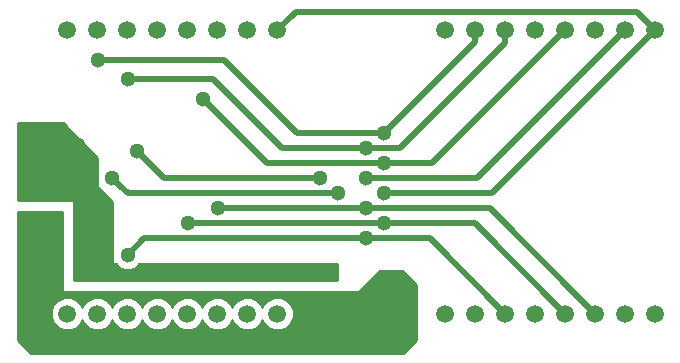
<source format=gbl>
G04 #@! TF.FileFunction,Copper,L2,Bot,Signal*
%FSLAX46Y46*%
G04 Gerber Fmt 4.6, Leading zero omitted, Abs format (unit mm)*
G04 Created by KiCad (PCBNEW (after 2015-mar-04 BZR unknown)-product) date 20.05.2015 17:30:12*
%MOMM*%
G01*
G04 APERTURE LIST*
%ADD10C,0.150000*%
%ADD11C,1.500000*%
%ADD12C,1.300000*%
%ADD13C,0.500000*%
%ADD14C,0.254000*%
G04 APERTURE END LIST*
D10*
D11*
X104620000Y-156000000D03*
X102080000Y-156000000D03*
X107160000Y-156000000D03*
X109700000Y-156000000D03*
X114780000Y-156000000D03*
X117320000Y-156000000D03*
X112240000Y-156000000D03*
X119860000Y-156000000D03*
X112240000Y-180000000D03*
X119860000Y-180000000D03*
X117320000Y-180000000D03*
X114780000Y-180000000D03*
X109700000Y-180000000D03*
X107160000Y-180000000D03*
X102080000Y-180000000D03*
X104620000Y-180000000D03*
X136620000Y-156000000D03*
X134080000Y-156000000D03*
X139160000Y-156000000D03*
X141700000Y-156000000D03*
X146780000Y-156000000D03*
X149320000Y-156000000D03*
X144240000Y-156000000D03*
X151860000Y-156000000D03*
X144240000Y-180000000D03*
X151860000Y-180000000D03*
X149320000Y-180000000D03*
X146780000Y-180000000D03*
X141700000Y-180000000D03*
X139160000Y-180000000D03*
X134080000Y-180000000D03*
X136620000Y-180000000D03*
D12*
X127381000Y-173609000D03*
X107188000Y-175006000D03*
X124200000Y-176500000D03*
X103000000Y-165750000D03*
X122300000Y-180000000D03*
X128750000Y-178750000D03*
X130500000Y-177500000D03*
X99750000Y-174500000D03*
X127381000Y-168529000D03*
X114808000Y-171069000D03*
X127381000Y-171069000D03*
X112268000Y-172339000D03*
X128905000Y-172339000D03*
X104648000Y-158496000D03*
X128905000Y-164719000D03*
X113538000Y-161798000D03*
X128905000Y-167259000D03*
X107188000Y-160147000D03*
X127381000Y-165989000D03*
X128905000Y-169799000D03*
X108000000Y-166250000D03*
X123444000Y-168529000D03*
X105900000Y-168500000D03*
X124968000Y-169799000D03*
D13*
X127381000Y-173609000D02*
X132769000Y-173609000D01*
X132769000Y-173609000D02*
X139160000Y-180000000D01*
X127381000Y-173609000D02*
X108839000Y-173609000D01*
X108585000Y-173609000D02*
X107188000Y-175006000D01*
X108839000Y-173609000D02*
X108585000Y-173609000D01*
X127381000Y-168529000D02*
X136791000Y-168529000D01*
X136791000Y-168529000D02*
X149320000Y-156000000D01*
X127381000Y-171069000D02*
X114808000Y-171069000D01*
X127381000Y-171069000D02*
X137849000Y-171069000D01*
X146030001Y-179250001D02*
X146780000Y-180000000D01*
X137849000Y-171069000D02*
X146030001Y-179250001D01*
X128905000Y-172339000D02*
X112268000Y-172339000D01*
X128905000Y-172339000D02*
X136579000Y-172339000D01*
X136579000Y-172339000D02*
X144240000Y-180000000D01*
X121539000Y-164719000D02*
X115316000Y-158496000D01*
X115316000Y-158496000D02*
X104648000Y-158496000D01*
X128905000Y-164719000D02*
X121539000Y-164719000D01*
X128905000Y-164719000D02*
X136620000Y-157004000D01*
X136620000Y-157004000D02*
X136620000Y-156000000D01*
X113538000Y-161798000D02*
X118999000Y-167259000D01*
X118999000Y-167259000D02*
X128905000Y-167259000D01*
X128905000Y-167259000D02*
X132981000Y-167259000D01*
X132981000Y-167259000D02*
X144240000Y-156000000D01*
X120269000Y-165989000D02*
X114427000Y-160147000D01*
X114427000Y-160147000D02*
X107188000Y-160147000D01*
X127381000Y-165989000D02*
X120269000Y-165989000D01*
X127381000Y-165989000D02*
X130231660Y-165989000D01*
X139160000Y-157060660D02*
X139160000Y-156000000D01*
X130231660Y-165989000D02*
X139160000Y-157060660D01*
X119860000Y-156000000D02*
X121428000Y-154432000D01*
X121428000Y-154432000D02*
X150292000Y-154432000D01*
X150292000Y-154432000D02*
X151110001Y-155250001D01*
X151110001Y-155250001D02*
X151860000Y-156000000D01*
X128905000Y-169799000D02*
X138061000Y-169799000D01*
X138061000Y-169799000D02*
X151860000Y-156000000D01*
X108649999Y-166899999D02*
X108000000Y-166250000D01*
X110279000Y-168529000D02*
X108649999Y-166899999D01*
X123444000Y-168529000D02*
X110279000Y-168529000D01*
X106549999Y-169149999D02*
X105900000Y-168500000D01*
X107199000Y-169799000D02*
X106549999Y-169149999D01*
X124968000Y-169799000D02*
X107199000Y-169799000D01*
D14*
G36*
X131623000Y-182197395D02*
X130505394Y-183315000D01*
X121245240Y-183315000D01*
X121245240Y-179725715D01*
X121034831Y-179216485D01*
X120645564Y-178826539D01*
X120136702Y-178615241D01*
X119585715Y-178614760D01*
X119076485Y-178825169D01*
X118686539Y-179214436D01*
X118590023Y-179446870D01*
X118494831Y-179216485D01*
X118105564Y-178826539D01*
X117596702Y-178615241D01*
X117045715Y-178614760D01*
X116536485Y-178825169D01*
X116146539Y-179214436D01*
X116050023Y-179446870D01*
X115954831Y-179216485D01*
X115565564Y-178826539D01*
X115056702Y-178615241D01*
X114505715Y-178614760D01*
X113996485Y-178825169D01*
X113606539Y-179214436D01*
X113510023Y-179446870D01*
X113414831Y-179216485D01*
X113025564Y-178826539D01*
X112516702Y-178615241D01*
X111965715Y-178614760D01*
X111456485Y-178825169D01*
X111066539Y-179214436D01*
X110970023Y-179446870D01*
X110874831Y-179216485D01*
X110485564Y-178826539D01*
X109976702Y-178615241D01*
X109425715Y-178614760D01*
X108916485Y-178825169D01*
X108526539Y-179214436D01*
X108430023Y-179446870D01*
X108334831Y-179216485D01*
X107945564Y-178826539D01*
X107436702Y-178615241D01*
X106885715Y-178614760D01*
X106376485Y-178825169D01*
X105986539Y-179214436D01*
X105890023Y-179446870D01*
X105794831Y-179216485D01*
X105405564Y-178826539D01*
X104896702Y-178615241D01*
X104345715Y-178614760D01*
X103836485Y-178825169D01*
X103446539Y-179214436D01*
X103350023Y-179446870D01*
X103254831Y-179216485D01*
X102865564Y-178826539D01*
X102356702Y-178615241D01*
X101805715Y-178614760D01*
X101296485Y-178825169D01*
X100906539Y-179214436D01*
X100695241Y-179723298D01*
X100694760Y-180274285D01*
X100905169Y-180783515D01*
X101294436Y-181173461D01*
X101803298Y-181384759D01*
X102354285Y-181385240D01*
X102863515Y-181174831D01*
X103253461Y-180785564D01*
X103349976Y-180553129D01*
X103445169Y-180783515D01*
X103834436Y-181173461D01*
X104343298Y-181384759D01*
X104894285Y-181385240D01*
X105403515Y-181174831D01*
X105793461Y-180785564D01*
X105889976Y-180553129D01*
X105985169Y-180783515D01*
X106374436Y-181173461D01*
X106883298Y-181384759D01*
X107434285Y-181385240D01*
X107943515Y-181174831D01*
X108333461Y-180785564D01*
X108429976Y-180553129D01*
X108525169Y-180783515D01*
X108914436Y-181173461D01*
X109423298Y-181384759D01*
X109974285Y-181385240D01*
X110483515Y-181174831D01*
X110873461Y-180785564D01*
X110969976Y-180553129D01*
X111065169Y-180783515D01*
X111454436Y-181173461D01*
X111963298Y-181384759D01*
X112514285Y-181385240D01*
X113023515Y-181174831D01*
X113413461Y-180785564D01*
X113509976Y-180553129D01*
X113605169Y-180783515D01*
X113994436Y-181173461D01*
X114503298Y-181384759D01*
X115054285Y-181385240D01*
X115563515Y-181174831D01*
X115953461Y-180785564D01*
X116049976Y-180553129D01*
X116145169Y-180783515D01*
X116534436Y-181173461D01*
X117043298Y-181384759D01*
X117594285Y-181385240D01*
X118103515Y-181174831D01*
X118493461Y-180785564D01*
X118589976Y-180553129D01*
X118685169Y-180783515D01*
X119074436Y-181173461D01*
X119583298Y-181384759D01*
X120134285Y-181385240D01*
X120643515Y-181174831D01*
X121033461Y-180785564D01*
X121244759Y-180276702D01*
X121245240Y-179725715D01*
X121245240Y-183315000D01*
X98994605Y-183315000D01*
X97877000Y-182197395D01*
X97877000Y-171377000D01*
X101623000Y-171377000D01*
X101623000Y-176500000D01*
X101623000Y-178127000D01*
X126802605Y-178127000D01*
X128552605Y-176377000D01*
X130447395Y-176377000D01*
X131623000Y-177552605D01*
X131623000Y-182197395D01*
X131623000Y-182197395D01*
G37*
X131623000Y-182197395D02*
X130505394Y-183315000D01*
X121245240Y-183315000D01*
X121245240Y-179725715D01*
X121034831Y-179216485D01*
X120645564Y-178826539D01*
X120136702Y-178615241D01*
X119585715Y-178614760D01*
X119076485Y-178825169D01*
X118686539Y-179214436D01*
X118590023Y-179446870D01*
X118494831Y-179216485D01*
X118105564Y-178826539D01*
X117596702Y-178615241D01*
X117045715Y-178614760D01*
X116536485Y-178825169D01*
X116146539Y-179214436D01*
X116050023Y-179446870D01*
X115954831Y-179216485D01*
X115565564Y-178826539D01*
X115056702Y-178615241D01*
X114505715Y-178614760D01*
X113996485Y-178825169D01*
X113606539Y-179214436D01*
X113510023Y-179446870D01*
X113414831Y-179216485D01*
X113025564Y-178826539D01*
X112516702Y-178615241D01*
X111965715Y-178614760D01*
X111456485Y-178825169D01*
X111066539Y-179214436D01*
X110970023Y-179446870D01*
X110874831Y-179216485D01*
X110485564Y-178826539D01*
X109976702Y-178615241D01*
X109425715Y-178614760D01*
X108916485Y-178825169D01*
X108526539Y-179214436D01*
X108430023Y-179446870D01*
X108334831Y-179216485D01*
X107945564Y-178826539D01*
X107436702Y-178615241D01*
X106885715Y-178614760D01*
X106376485Y-178825169D01*
X105986539Y-179214436D01*
X105890023Y-179446870D01*
X105794831Y-179216485D01*
X105405564Y-178826539D01*
X104896702Y-178615241D01*
X104345715Y-178614760D01*
X103836485Y-178825169D01*
X103446539Y-179214436D01*
X103350023Y-179446870D01*
X103254831Y-179216485D01*
X102865564Y-178826539D01*
X102356702Y-178615241D01*
X101805715Y-178614760D01*
X101296485Y-178825169D01*
X100906539Y-179214436D01*
X100695241Y-179723298D01*
X100694760Y-180274285D01*
X100905169Y-180783515D01*
X101294436Y-181173461D01*
X101803298Y-181384759D01*
X102354285Y-181385240D01*
X102863515Y-181174831D01*
X103253461Y-180785564D01*
X103349976Y-180553129D01*
X103445169Y-180783515D01*
X103834436Y-181173461D01*
X104343298Y-181384759D01*
X104894285Y-181385240D01*
X105403515Y-181174831D01*
X105793461Y-180785564D01*
X105889976Y-180553129D01*
X105985169Y-180783515D01*
X106374436Y-181173461D01*
X106883298Y-181384759D01*
X107434285Y-181385240D01*
X107943515Y-181174831D01*
X108333461Y-180785564D01*
X108429976Y-180553129D01*
X108525169Y-180783515D01*
X108914436Y-181173461D01*
X109423298Y-181384759D01*
X109974285Y-181385240D01*
X110483515Y-181174831D01*
X110873461Y-180785564D01*
X110969976Y-180553129D01*
X111065169Y-180783515D01*
X111454436Y-181173461D01*
X111963298Y-181384759D01*
X112514285Y-181385240D01*
X113023515Y-181174831D01*
X113413461Y-180785564D01*
X113509976Y-180553129D01*
X113605169Y-180783515D01*
X113994436Y-181173461D01*
X114503298Y-181384759D01*
X115054285Y-181385240D01*
X115563515Y-181174831D01*
X115953461Y-180785564D01*
X116049976Y-180553129D01*
X116145169Y-180783515D01*
X116534436Y-181173461D01*
X117043298Y-181384759D01*
X117594285Y-181385240D01*
X118103515Y-181174831D01*
X118493461Y-180785564D01*
X118589976Y-180553129D01*
X118685169Y-180783515D01*
X119074436Y-181173461D01*
X119583298Y-181384759D01*
X120134285Y-181385240D01*
X120643515Y-181174831D01*
X121033461Y-180785564D01*
X121244759Y-180276702D01*
X121245240Y-179725715D01*
X121245240Y-183315000D01*
X98994605Y-183315000D01*
X97877000Y-182197395D01*
X97877000Y-171377000D01*
X101623000Y-171377000D01*
X101623000Y-176500000D01*
X101623000Y-178127000D01*
X126802605Y-178127000D01*
X128552605Y-176377000D01*
X130447395Y-176377000D01*
X131623000Y-177552605D01*
X131623000Y-182197395D01*
G36*
X124873000Y-177123000D02*
X102627000Y-177123000D01*
X102627000Y-176400000D01*
X102627000Y-170373000D01*
X97877000Y-170373000D01*
X97877000Y-163877000D01*
X101697395Y-163877000D01*
X104623000Y-166802605D01*
X104623000Y-168224546D01*
X104615223Y-168243276D01*
X104614777Y-168754481D01*
X104623000Y-168774382D01*
X104623000Y-169302605D01*
X105873000Y-170552605D01*
X105873000Y-175250000D01*
X105873000Y-175827000D01*
X106191887Y-175827000D01*
X106459155Y-176094735D01*
X106931276Y-176290777D01*
X107442481Y-176291223D01*
X107914943Y-176096005D01*
X108184418Y-175827000D01*
X124873000Y-175827000D01*
X124873000Y-177123000D01*
X124873000Y-177123000D01*
G37*
X124873000Y-177123000D02*
X102627000Y-177123000D01*
X102627000Y-176400000D01*
X102627000Y-170373000D01*
X97877000Y-170373000D01*
X97877000Y-163877000D01*
X101697395Y-163877000D01*
X104623000Y-166802605D01*
X104623000Y-168224546D01*
X104615223Y-168243276D01*
X104614777Y-168754481D01*
X104623000Y-168774382D01*
X104623000Y-169302605D01*
X105873000Y-170552605D01*
X105873000Y-175250000D01*
X105873000Y-175827000D01*
X106191887Y-175827000D01*
X106459155Y-176094735D01*
X106931276Y-176290777D01*
X107442481Y-176291223D01*
X107914943Y-176096005D01*
X108184418Y-175827000D01*
X124873000Y-175827000D01*
X124873000Y-177123000D01*
M02*

</source>
